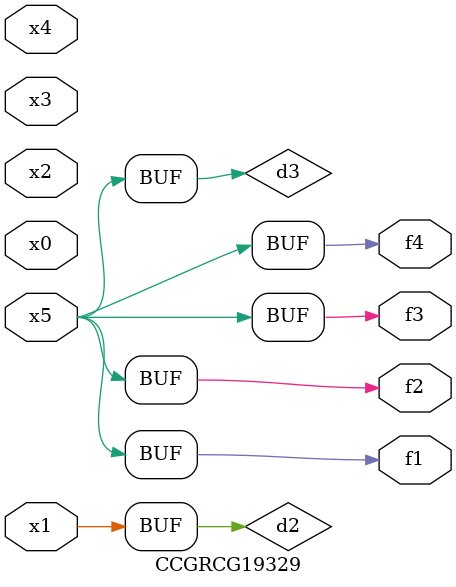
<source format=v>
module CCGRCG19329(
	input x0, x1, x2, x3, x4, x5,
	output f1, f2, f3, f4
);

	wire d1, d2, d3;

	not (d1, x5);
	or (d2, x1);
	xnor (d3, d1);
	assign f1 = d3;
	assign f2 = d3;
	assign f3 = d3;
	assign f4 = d3;
endmodule

</source>
